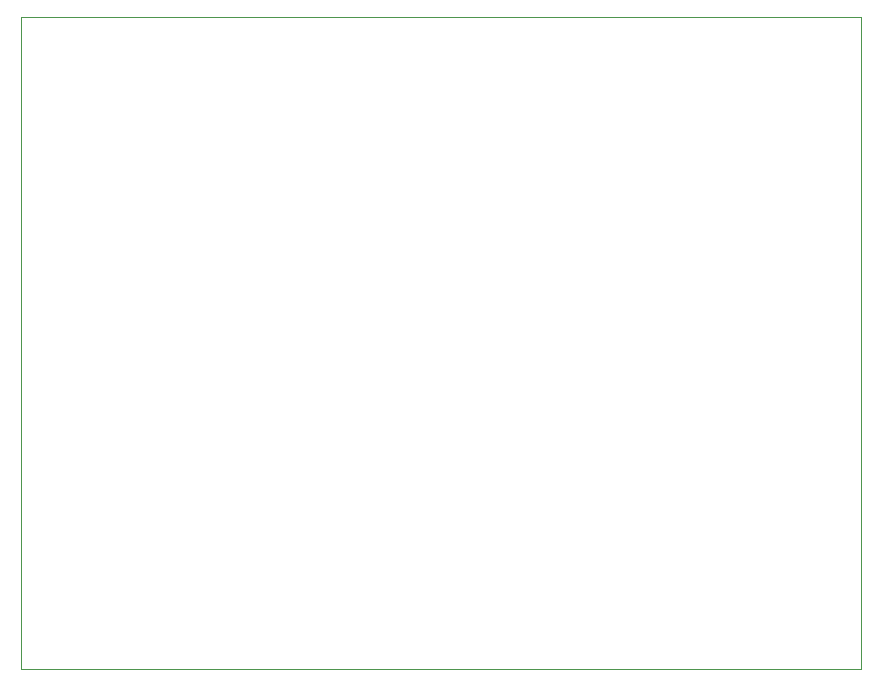
<source format=gbr>
%TF.GenerationSoftware,KiCad,Pcbnew,8.0.8*%
%TF.CreationDate,2025-10-21T14:25:37-04:00*%
%TF.ProjectId,AdapterBoard_McDap,41646170-7465-4724-926f-6172645f4d63,rev?*%
%TF.SameCoordinates,Original*%
%TF.FileFunction,Profile,NP*%
%FSLAX46Y46*%
G04 Gerber Fmt 4.6, Leading zero omitted, Abs format (unit mm)*
G04 Created by KiCad (PCBNEW 8.0.8) date 2025-10-21 14:25:37*
%MOMM*%
%LPD*%
G01*
G04 APERTURE LIST*
%TA.AperFunction,Profile*%
%ADD10C,0.050000*%
%TD*%
G04 APERTURE END LIST*
D10*
X60960000Y-80645000D02*
X132080000Y-80645000D01*
X132080000Y-135890000D01*
X60960000Y-135890000D01*
X60960000Y-80645000D01*
M02*

</source>
